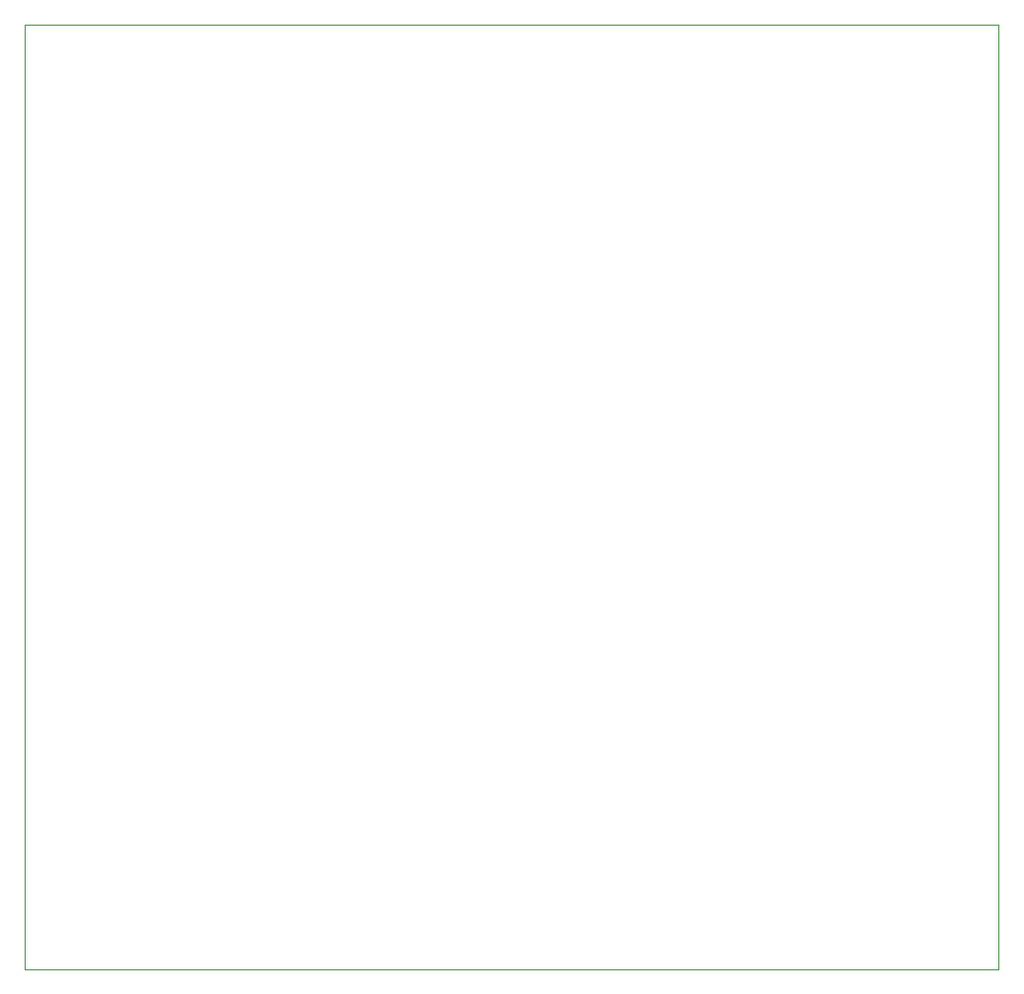
<source format=gbr>
%TF.GenerationSoftware,KiCad,Pcbnew,(6.0.5)*%
%TF.CreationDate,2023-05-24T20:51:29+03:00*%
%TF.ProjectId,USB_MASS_STORAGE_DEVICE,5553425f-4d41-4535-935f-53544f524147,rev?*%
%TF.SameCoordinates,Original*%
%TF.FileFunction,Profile,NP*%
%FSLAX46Y46*%
G04 Gerber Fmt 4.6, Leading zero omitted, Abs format (unit mm)*
G04 Created by KiCad (PCBNEW (6.0.5)) date 2023-05-24 20:51:29*
%MOMM*%
%LPD*%
G01*
G04 APERTURE LIST*
%TA.AperFunction,Profile*%
%ADD10C,0.100000*%
%TD*%
G04 APERTURE END LIST*
D10*
X83575000Y-21800000D02*
X167150000Y-21800000D01*
X167150000Y-21800000D02*
X167150000Y-102975000D01*
X167150000Y-102975000D02*
X83575000Y-102975000D01*
X83575000Y-102975000D02*
X83575000Y-21800000D01*
M02*

</source>
